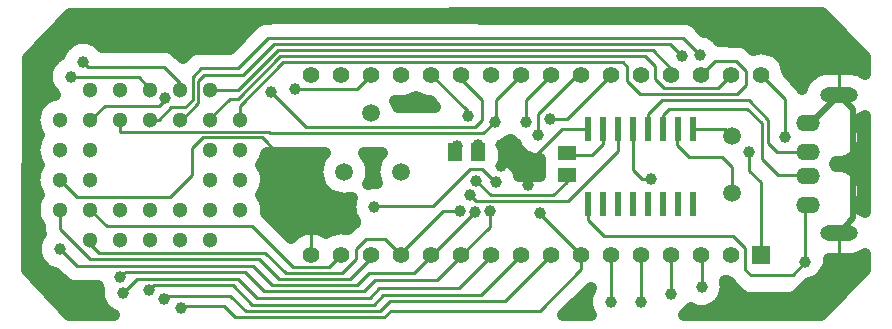
<source format=gbr>
G04 DipTrace 4.1.3.1*
G04 2 - Bottom.gbr*
%MOIN*%
G04 #@! TF.FileFunction,Copper,L2,Bot*
G04 #@! TF.Part,Single*
G04 #@! TA.AperFunction,CopperBalancing*
%ADD15C,0.011024*%
G04 #@! TA.AperFunction,Conductor*
%ADD16C,0.019685*%
G04 #@! TA.AperFunction,CopperBalancing*
%ADD17C,0.03937*%
%ADD18R,0.051181X0.059055*%
%ADD19R,0.059055X0.051181*%
G04 #@! TA.AperFunction,ComponentPad*
%ADD21O,0.07874X0.055118*%
%ADD22O,0.125984X0.051181*%
%ADD23C,0.059055*%
%ADD27C,0.051181*%
%ADD28R,0.059055X0.059055*%
%ADD29C,0.055118*%
%ADD30R,0.023622X0.07874*%
G04 #@! TA.AperFunction,ComponentPad*
%ADD31C,0.059055*%
%FSLAX26Y26*%
G04*
G70*
G90*
G75*
G01*
G04 Bottom*
%LPD*%
X1992126Y978346D2*
D15*
Y909449D1*
X2082677Y915354D2*
Y909449D1*
X1992126D1*
X2082677Y844488D2*
Y909449D1*
X3015748Y1053150D2*
D16*
X3025591D1*
X3118110Y1145669D1*
X3120079D1*
X3167323Y1098425D1*
Y734252D1*
X3118110Y685039D1*
X2082677Y915354D2*
D15*
X2078740D1*
X2194882Y1031496D1*
X2282283D1*
X1360236Y612598D2*
Y838583D1*
X1194882Y1003937D1*
X998031D1*
X962598Y968504D1*
Y879921D1*
X889764Y807087D1*
X579528D1*
X524016Y862598D1*
X2432285Y1031496D2*
Y894487D1*
X2462598Y864173D1*
X2496063D1*
X2494094Y866142D1*
X2160236Y612598D2*
X2006299Y458661D1*
X1622047D1*
X1588583Y425197D1*
X1141732D1*
X1090551Y476378D1*
X877953D1*
X868110Y466535D1*
X2661417Y505906D2*
Y611417D1*
X2660236Y612598D1*
X2820866Y956693D2*
Y893701D1*
X2860236Y854331D1*
Y612598D1*
X2332285Y1031496D2*
Y981891D1*
X2297244Y946850D1*
X2218504D1*
X2212598Y952756D1*
X2561024Y482283D2*
Y613386D1*
X2560236Y612598D1*
X2460630Y454724D2*
Y612992D1*
X2460236Y612598D1*
X2360236Y456693D2*
Y612598D1*
X2122047Y751969D2*
X2120866D1*
X2260236Y612598D1*
Y565354D1*
X2122047Y427165D1*
X1625984D1*
X1604331Y405512D1*
X1106299D1*
X1068898Y442913D1*
X933071D1*
X925197Y435039D1*
X820866Y496063D2*
X836614Y511811D1*
X1098425D1*
X1163386Y446850D1*
X1568898D1*
X1600394Y478346D1*
X1927165D1*
X2060236Y611417D1*
Y612598D1*
X1960236D2*
Y607874D1*
X1854331Y501969D1*
X1586614D1*
X1555118Y470472D1*
X1179134D1*
X1116142Y533465D1*
X779528D1*
X732283Y486220D1*
X1954724Y757874D2*
Y707087D1*
X1860236Y612598D1*
Y610236D1*
X1779528Y529528D1*
X1572835D1*
X1535433Y492126D1*
X1202756D1*
X1139764Y555118D1*
X742126D1*
X724409Y537402D1*
X1906496Y756890D2*
X1762205Y612598D1*
X1760236D1*
Y608661D1*
X1702756Y551181D1*
X1553150D1*
X1513780Y511811D1*
X1228346D1*
X1165354Y574803D1*
X578740D1*
X521654Y631890D1*
X1856299Y757874D2*
X1799213D1*
X1653937Y612598D1*
X1660236D1*
X624016Y662598D2*
Y647638D1*
X651575Y620079D1*
X1206693D1*
X1275591Y551181D1*
X1462598D1*
X1509843Y598425D1*
Y631890D1*
X1543307Y665354D1*
X1607480D1*
X1660236Y612598D1*
X1560236D2*
X1569291D1*
X1488189Y531496D1*
X1251969D1*
X1185039Y598425D1*
X624016D1*
X523622Y698819D1*
Y762205D1*
X524016Y762598D1*
X1460236Y612598D2*
Y611811D1*
X1419291Y570866D1*
X1299213D1*
X1161417Y708661D1*
X677953D1*
X624016Y762598D1*
X2212598Y877953D2*
Y856299D1*
X2167323Y811024D1*
X1958661D1*
X1909449Y860236D1*
X1305118Y1165354D2*
X1512992D1*
X1560236Y1212598D1*
X1881890Y1076772D2*
Y1090945D1*
X1760236Y1212598D1*
X1860236D2*
Y1198819D1*
X1929134Y1129921D1*
Y1062992D1*
X1905512Y1039370D1*
X1342520D1*
X1226378Y1155512D1*
X874016Y1135827D2*
X876969Y1132874D1*
X854331Y1110236D1*
X671654D1*
X624016Y1062598D1*
X1972441Y1057087D2*
X1976378D1*
Y1128740D1*
X2060236Y1212598D1*
X724016Y1062598D2*
Y1023622D1*
X1218504D1*
X1224409Y1017717D1*
X1933071D1*
X1972441Y1057087D1*
X2076772Y1055118D2*
Y1129134D1*
X2160236Y1212598D1*
X824016Y1162598D2*
Y1166142D1*
X785433Y1204724D1*
X561024D1*
X559055Y1206693D1*
X2116142Y1011811D2*
Y1082677D1*
X2246063Y1212598D1*
X2260236D1*
X824016Y1062598D2*
X851969D1*
X893701Y1104331D1*
X938976D1*
X964567Y1129921D1*
Y1206693D1*
X992126Y1234252D1*
X1116142D1*
X1216535Y1334646D1*
X2598425D1*
X2655512Y1277559D1*
X2157480Y1064961D2*
X2212598D1*
X2360236Y1212598D1*
X924016Y1162598D2*
Y1184252D1*
X868110Y1240157D1*
X616142D1*
X600394Y1255906D1*
X924016Y1062598D2*
X928740D1*
X984252Y1118110D1*
Y1192913D1*
X1001969Y1210630D1*
X1131890D1*
X1236220Y1314961D1*
X2557087D1*
X2596457Y1275591D1*
X1024016Y1162598D2*
X1117323D1*
X1250000Y1295276D1*
X2498031D1*
X2580709Y1212598D1*
X2560236D1*
X1124016Y1062598D2*
Y1110236D1*
X1267717Y1253937D1*
X2399606D1*
X2413386Y1240157D1*
Y1190945D1*
X2456693Y1147638D1*
X2779528D1*
X2811024Y1179134D1*
Y1224409D1*
X2777559Y1257874D1*
X2705512D1*
X2660236Y1212598D1*
X1024016Y1062598D2*
Y1067323D1*
X1090551Y1133858D1*
X1116142D1*
X1257874Y1275591D1*
X2474409D1*
X2507874Y1242126D1*
Y1198819D1*
X2537402Y1169291D1*
X2716929D1*
X2760236Y1212598D1*
X1915354Y954724D2*
Y980315D1*
X2938976Y1003937D2*
Y1133858D1*
X2860236Y1212598D1*
X1976378Y856299D2*
X1974409D1*
X1931102Y899606D1*
X1889764D1*
X1765748Y775591D1*
X1574803D1*
X1570866Y771654D1*
X3007874Y588583D2*
Y769685D1*
X3015748Y777559D1*
X2282283Y781496D2*
Y727559D1*
X2334646Y675197D1*
X2767717D1*
X2807087Y635827D1*
Y562992D1*
X2824803Y545276D1*
X2964567D1*
X3007874Y588583D1*
X2382283Y1031496D2*
Y959055D1*
X2214567Y791339D1*
X1909449D1*
X1889764Y811024D1*
X1846457Y976378D2*
Y954724D1*
X1840551D1*
X2632285Y1031496D2*
X2738189D1*
X2761811Y1007874D1*
Y817874D2*
Y905512D1*
X2728346Y938976D1*
X2620079D1*
X2580709Y978346D1*
Y1029921D1*
X2582283Y1031496D1*
X2532285D2*
Y1079529D1*
X2553150Y1100394D1*
X2812992D1*
X2862205Y1051181D1*
Y933071D1*
X2917323Y877953D1*
X3013780D1*
X3015748Y875984D1*
X2482283Y1031496D2*
Y1080709D1*
X2529528Y1127953D1*
X2818898D1*
X2883858Y1062992D1*
Y986220D1*
X2913386Y956693D1*
X3013780D1*
X3015748Y954724D1*
D17*
X1992126Y978346D3*
Y909449D3*
X2082677Y915354D3*
Y844488D3*
Y915354D3*
X2494094Y866142D3*
X868110Y466535D3*
X2661417Y505906D3*
X2820866Y956693D3*
X2561024Y482283D3*
X2460630Y454724D3*
X2360236Y456693D3*
X2122047Y751969D3*
X925197Y435039D3*
X820866Y496063D3*
X732283Y486220D3*
X1954724Y757874D3*
X724409Y537402D3*
X1906496Y756890D3*
X521654Y631890D3*
X1856299Y757874D3*
X1909449Y860236D3*
X1305118Y1165354D3*
X1881890Y1076772D3*
X1226378Y1155512D3*
X874016Y1135827D3*
X1972441Y1057087D3*
D3*
X2076772Y1055118D3*
X559055Y1206693D3*
X2116142Y1011811D3*
X2655512Y1277559D3*
X2157480Y1064961D3*
X600394Y1255906D3*
X2596457Y1275591D3*
X1915354Y980315D3*
X2938976Y1003937D3*
X1976378Y856299D3*
X1570866Y771654D3*
X3007874Y588583D3*
D3*
X1889764Y811024D3*
X1846457Y976378D3*
X525104Y1378084D2*
X1162530D1*
X2652421D2*
X3097457D1*
X486861Y1338845D2*
X1123262D1*
X2711373D2*
X3136211D1*
X448619Y1299606D2*
X529071D1*
X901016D2*
X978085D1*
X2878542D2*
X3174966D1*
X419245Y1260367D2*
X495391D1*
X2938315D2*
X3202751D1*
X419143Y1221129D2*
X476117D1*
X2951951D2*
X3035070D1*
X419041Y1181890D2*
X478731D1*
X418937Y1142651D2*
X488060D1*
X418835Y1103412D2*
X444129D1*
X418732Y1064173D2*
X433900D1*
X3187608D2*
X3202723D1*
X418630Y1024934D2*
X442539D1*
X418476Y985696D2*
X437003D1*
X2013169D2*
X2032465D1*
X418374Y946457D2*
X435352D1*
X1212644D2*
X1396444D1*
X1544522D2*
X1586424D1*
X2005531D2*
X2065530D1*
X3180944D2*
X3202751D1*
X418272Y907218D2*
X446281D1*
X1201726D2*
X1378091D1*
X2042441D2*
X2118484D1*
X3139318D2*
X3202751D1*
X418169Y867979D2*
X434058D1*
X1214029D2*
X1379066D1*
X418066Y828740D2*
X440797D1*
X1207262D2*
X1400185D1*
X417963Y789501D2*
X438182D1*
X1209877D2*
X1488614D1*
X417861Y750262D2*
X434741D1*
X1217259D2*
X1489537D1*
X417759Y711024D2*
X450997D1*
X1256526D2*
X1491537D1*
X417656Y671785D2*
X448025D1*
X417554Y632546D2*
X437413D1*
X417451Y593307D2*
X447256D1*
X3090003D2*
X3202751D1*
X423756Y554068D2*
X497852D1*
X3076777D2*
X3195522D1*
X460614Y514829D2*
X546962D1*
X3019772D2*
X3156306D1*
X497472Y475591D2*
X648719D1*
X2739722D2*
X2796747D1*
X2976865D2*
X3117039D1*
X534331Y436352D2*
X665381D1*
X2228680D2*
X2278579D1*
X2705529D2*
X3077823D1*
X3106465Y915308D2*
X3109457Y908591D1*
X3118110Y909055D1*
X3130982Y908042D1*
X3143537Y905028D1*
X3155466Y900087D1*
X3166475Y893340D1*
X3176294Y884955D1*
X3184678Y875136D1*
X3191425Y864127D1*
X3196366Y852198D1*
X3199381Y839643D1*
X3200394Y826772D1*
X3199381Y813900D1*
X3196366Y801345D1*
X3191425Y789416D1*
X3184678Y778407D1*
X3176379Y768681D1*
X3186797Y765383D1*
X3196324Y760988D1*
X3205247Y755469D1*
X3206714Y754400D1*
X3206693Y1076290D1*
X3197252Y1070226D1*
X3187780Y1065714D1*
X3177828Y1062387D1*
X3176387Y1062024D1*
X3184678Y1052302D1*
X3191425Y1041293D1*
X3196366Y1029364D1*
X3199381Y1016808D1*
X3200394Y1003937D1*
X3199381Y991066D1*
X3196366Y978510D1*
X3191425Y966581D1*
X3184678Y955572D1*
X3176294Y945753D1*
X3166475Y937369D1*
X3155466Y930622D1*
X3143537Y925681D1*
X3130982Y922667D1*
X3118110Y921654D1*
X3109524Y922159D1*
X3106465Y915400D1*
X2996877Y1165816D2*
X2999990Y1175975D1*
X3004269Y1185555D1*
X3009680Y1194545D1*
X3016142Y1202811D1*
X3023560Y1210230D1*
X3031825Y1216693D1*
X3040815Y1222105D1*
X3050395Y1226385D1*
X3060423Y1229470D1*
X3070752Y1231312D1*
X3080709Y1231890D1*
X3161277Y1231697D1*
X3171684Y1230360D1*
X3181850Y1227768D1*
X3191627Y1223961D1*
X3200870Y1218995D1*
X3206714Y1215030D1*
X3206693Y1271500D1*
X3062622Y1417340D1*
X557503Y1415361D1*
X415337Y1269534D1*
X413407Y560902D1*
X553776Y411437D1*
X702689Y411541D1*
X690319Y417740D1*
X680123Y425148D1*
X671211Y434060D1*
X663803Y444256D1*
X658083Y455486D1*
X654188Y467471D1*
X652217Y479919D1*
Y492522D1*
X653241Y500210D1*
X649466Y508677D1*
X573551Y508865D1*
X563299Y510490D1*
X553429Y513696D1*
X544181Y518408D1*
X535785Y524508D1*
X513412Y546593D1*
X507068Y552937D1*
X496835Y555505D1*
X485192Y560328D1*
X474446Y566913D1*
X464862Y575098D1*
X456677Y584682D1*
X450092Y595428D1*
X445269Y607071D1*
X442327Y619325D1*
X441339Y631890D1*
X442327Y644454D1*
X445269Y656709D1*
X450092Y668352D1*
X456677Y679097D1*
X459499Y682677D1*
X457684Y693630D1*
X457480Y707790D1*
X450501Y717549D1*
X444358Y729604D1*
X440177Y742471D1*
X438062Y755833D1*
Y769364D1*
X440177Y782726D1*
X444358Y795593D1*
X450501Y807648D1*
X453591Y812856D1*
X448071Y821778D1*
X443675Y831306D1*
X440469Y841295D1*
X438500Y851601D1*
X437797Y862070D1*
X438371Y872546D1*
X440214Y882875D1*
X443297Y892904D1*
X447576Y902484D1*
X452987Y911474D1*
X453777Y912585D1*
X447193Y923455D1*
X442016Y935955D1*
X438857Y949110D1*
X437795Y962598D1*
X438857Y976087D1*
X442016Y989241D1*
X447193Y1001741D1*
X453777Y1012552D1*
X447193Y1023455D1*
X442016Y1035955D1*
X438857Y1049110D1*
X437795Y1062598D1*
X438857Y1076087D1*
X442016Y1089241D1*
X447193Y1101741D1*
X454262Y1113277D1*
X463049Y1123566D1*
X473337Y1132352D1*
X484873Y1139421D1*
X497373Y1144598D1*
X505573Y1146772D1*
X497983Y1154533D1*
X490575Y1164728D1*
X484854Y1175958D1*
X480959Y1187944D1*
X478988Y1200391D1*
Y1212995D1*
X480959Y1225442D1*
X484854Y1237428D1*
X490575Y1248657D1*
X497983Y1258853D1*
X506895Y1267765D1*
X517091Y1275173D1*
X523331Y1278594D1*
X526193Y1286640D1*
X531913Y1297870D1*
X539322Y1308066D1*
X548234Y1316978D1*
X558429Y1324386D1*
X569659Y1330106D1*
X581644Y1334001D1*
X594092Y1335972D1*
X606696D1*
X619143Y1334001D1*
X631129Y1330106D1*
X642358Y1324386D1*
X652554Y1316978D1*
X661466Y1308066D1*
X662885Y1306266D1*
X873299Y1306096D1*
X883551Y1304471D1*
X893421Y1301265D1*
X902669Y1296552D1*
X911066Y1290451D1*
X933113Y1268694D1*
X949171Y1284547D1*
X957567Y1290647D1*
X966815Y1295360D1*
X976685Y1298567D1*
X986937Y1300190D1*
X1018373Y1300394D1*
X1088757D1*
X1173580Y1384941D1*
X1181976Y1391041D1*
X1191224Y1395753D1*
X1201094Y1398961D1*
X1211346Y1400584D1*
X1242782Y1400787D1*
X2603614Y1400584D1*
X2613866Y1398961D1*
X2623736Y1395753D1*
X2632984Y1391041D1*
X2641381Y1384941D1*
X2663753Y1362856D1*
X2670097Y1356512D1*
X2680331Y1353944D1*
X2691974Y1349121D1*
X2702719Y1342535D1*
X2712303Y1334350D1*
X2720488Y1324766D1*
X2720995Y1324009D1*
X2782748Y1323812D1*
X2793000Y1322188D1*
X2802870Y1318982D1*
X2812118Y1314269D1*
X2820514Y1308168D1*
X2832629Y1296343D1*
X2846441Y1299702D1*
X2860236Y1300787D1*
X2874031Y1299702D1*
X2887488Y1296471D1*
X2900273Y1291176D1*
X2912072Y1283945D1*
X2922596Y1274958D1*
X2931583Y1264434D1*
X2938814Y1252635D1*
X2944109Y1239850D1*
X2947340Y1226394D1*
X2948207Y1218139D1*
X2989270Y1176814D1*
X2995541Y1168117D1*
X3206706Y615673D2*
X3197252Y609596D1*
X3187780Y605084D1*
X3177828Y601757D1*
X3167547Y599663D1*
X3157088Y598833D1*
X3086214Y598819D1*
X3085232Y585861D1*
X3082290Y573606D1*
X3077467Y561963D1*
X3070882Y551218D1*
X3062697Y541634D1*
X3053113Y533449D1*
X3042367Y526864D1*
X3030724Y522041D1*
X3020524Y519508D1*
X2983900Y483169D1*
X2975504Y477070D1*
X2966256Y472357D1*
X2956386Y469150D1*
X2946134Y467526D1*
X2914698Y467323D1*
X2827488Y467526D1*
X2817236Y469151D1*
X2807366Y472357D1*
X2798118Y477070D1*
X2789722Y483169D1*
X2767349Y505255D1*
X2754824Y518068D1*
X2751417Y522433D1*
X2746441Y525495D1*
X2738894Y527059D1*
X2740744Y518470D1*
X2741732Y505906D1*
X2740744Y493341D1*
X2737802Y481087D1*
X2732979Y469444D1*
X2726394Y458698D1*
X2718209Y449114D1*
X2708625Y440929D1*
X2697879Y434344D1*
X2686236Y429521D1*
X2673982Y426579D1*
X2661417Y425591D1*
X2648853Y426579D1*
X2636598Y429521D1*
X2625336Y434169D1*
X2617815Y425492D1*
X2608231Y417307D1*
X2601591Y413021D1*
X3058741Y413379D1*
X3206740Y561350D1*
X3206693Y615639D1*
X1209970Y855833D2*
X1207854Y842471D1*
X1203673Y829604D1*
X1197530Y817549D1*
X1194255Y812644D1*
X1200839Y801741D1*
X1206016Y789241D1*
X1209175Y776087D1*
X1210236Y762598D1*
X1209738Y753864D1*
X1293407Y670210D1*
X1301802Y678650D1*
X1310060Y685122D1*
X1319029Y690568D1*
X1328580Y694909D1*
X1338580Y698087D1*
X1348887Y700054D1*
X1359353Y700783D1*
X1369833Y700264D1*
X1380177Y698504D1*
X1390239Y695528D1*
X1399875Y691377D1*
X1408951Y686112D1*
X1410228Y685238D1*
X1420199Y691176D1*
X1432984Y696471D1*
X1446441Y699702D1*
X1460236Y700787D1*
X1474031Y699702D1*
X1482360Y697917D1*
X1500352Y715648D1*
X1504717Y719055D1*
X1505890Y724446D1*
X1499304Y735192D1*
X1494482Y746835D1*
X1491539Y759089D1*
X1490551Y771654D1*
X1491539Y784218D1*
X1494482Y796472D1*
X1497253Y803664D1*
X1484576Y800717D1*
X1470472Y799606D1*
X1456369Y800717D1*
X1442613Y804018D1*
X1429542Y809433D1*
X1417479Y816825D1*
X1406722Y826013D1*
X1397534Y836770D1*
X1390142Y848833D1*
X1384727Y861904D1*
X1381425Y875660D1*
X1380315Y889764D1*
X1381425Y903867D1*
X1384727Y917623D1*
X1390142Y930694D1*
X1397534Y942757D1*
X1404938Y951585D1*
X1219220Y951778D1*
X1213724Y952457D1*
X1209175Y949110D1*
X1206016Y935955D1*
X1200839Y923455D1*
X1194255Y912644D1*
X1200839Y901741D1*
X1206016Y889241D1*
X1209175Y876087D1*
X1210236Y862598D1*
X1209970Y855833D1*
X1710206Y1140005D2*
X1700273Y1134021D1*
X1687488Y1128726D1*
X1674031Y1125495D1*
X1660236Y1124409D1*
X1646441Y1125495D1*
X1640843Y1126609D1*
X1644319Y1119147D1*
X1648728Y1105503D1*
X1773797Y1105512D1*
X1754685Y1124612D1*
X1746441Y1125495D1*
X1732984Y1128726D1*
X1720199Y1134021D1*
X1710266Y1140005D1*
X1560352Y882690D2*
X1558139Y868717D1*
X1553768Y855262D1*
X1551115Y849512D1*
X1564564Y851720D1*
X1577168D1*
X1578807Y851528D1*
X1574727Y861904D1*
X1571425Y875660D1*
X1570315Y889764D1*
X1571425Y903867D1*
X1574727Y917623D1*
X1580142Y930694D1*
X1587534Y942757D1*
X1594938Y951585D1*
X1536140Y951575D1*
X1543411Y942757D1*
X1550803Y930694D1*
X1556218Y917623D1*
X1559520Y903867D1*
X1560630Y889764D1*
X1560352Y882690D1*
X2001575Y982290D2*
Y932564D1*
X2012840Y927861D1*
X2023585Y921276D1*
X2033169Y913091D1*
X2041354Y903507D1*
X2047940Y892761D1*
X2052762Y881118D1*
X2053879Y877159D1*
X2122448Y877165D1*
X2122441Y931794D1*
X2109840Y931744D1*
X2097392Y933715D1*
X2085407Y937610D1*
X2074177Y943331D1*
X2063982Y950739D1*
X2055070Y959651D1*
X2047661Y969846D1*
X2041941Y981076D1*
X2041181Y983133D1*
X2034807Y986638D1*
X2024612Y994046D1*
X2023508Y995066D1*
X2014406Y988606D1*
X2003176Y982886D1*
X2001581Y982297D1*
X2293056Y412782D2*
X2288675Y420231D1*
X2283852Y431874D1*
X2280909Y444129D1*
X2279921Y456693D1*
X2280909Y469257D1*
X2283852Y481512D1*
X2288675Y493155D1*
X2294097Y502160D1*
X2288446Y500026D1*
X2201123Y412703D1*
X2292974Y412782D1*
X3118110Y1231839D2*
D15*
Y1145669D1*
Y685039D2*
Y598870D1*
X1360236Y700736D2*
Y612598D1*
D21*
X3015748Y777559D3*
Y875984D3*
Y954724D3*
Y1053150D3*
D22*
X3118110Y1145669D3*
Y685039D3*
D23*
X1561024Y1084646D3*
D18*
X1915354Y954724D3*
X1840551D3*
D19*
X2212598Y952756D3*
Y877953D3*
D27*
X1024016Y962598D3*
X1124016Y862598D3*
X1024016D3*
X1124016Y762598D3*
X1024016Y662598D3*
Y762598D3*
X924016Y662598D3*
Y762598D3*
X824016Y662598D3*
Y762598D3*
X724016Y662598D3*
Y762598D3*
X624016Y662598D3*
X524016Y762598D3*
X624016D3*
X524016Y862598D3*
X624016D3*
X524016Y962598D3*
X624016D3*
X524016Y1062598D3*
X624016D3*
X724016Y1162598D3*
Y1062598D3*
X824016Y1162598D3*
Y1062598D3*
X924016Y1162598D3*
Y1062598D3*
X1024016Y1162598D3*
X1124016Y1062598D3*
X1024016D3*
X1124016Y962598D3*
X624016Y1162598D3*
D28*
X2860236Y612598D3*
D29*
X2760236D3*
X2660236D3*
X2560236D3*
X2460236D3*
X2360236D3*
X2260236D3*
X2160236D3*
X2060236D3*
X1960236D3*
X1860236D3*
X1760236D3*
X1660236D3*
X1560236D3*
X1460236D3*
X1360236D3*
Y1212598D3*
X1460236D3*
X1560236D3*
X1660236D3*
X1760236D3*
X1860236D3*
X1960236D3*
X2060236D3*
X2160236D3*
X2260236D3*
X2360236D3*
X2460236D3*
X2560236D3*
X2660236D3*
X2760236D3*
X2860236D3*
D30*
X2482283Y1031496D3*
X2532285D3*
Y781496D3*
X2482283D3*
X2582283Y1031496D3*
X2632285D3*
Y781496D3*
X2582283D3*
X2282283Y1031496D3*
X2332285D3*
Y781496D3*
X2282283D3*
X2382283Y1031496D3*
X2432285D3*
Y781496D3*
X2382283D3*
D31*
X1470472Y889764D3*
X1660472D3*
X2761811Y1007874D3*
Y817874D3*
M02*

</source>
